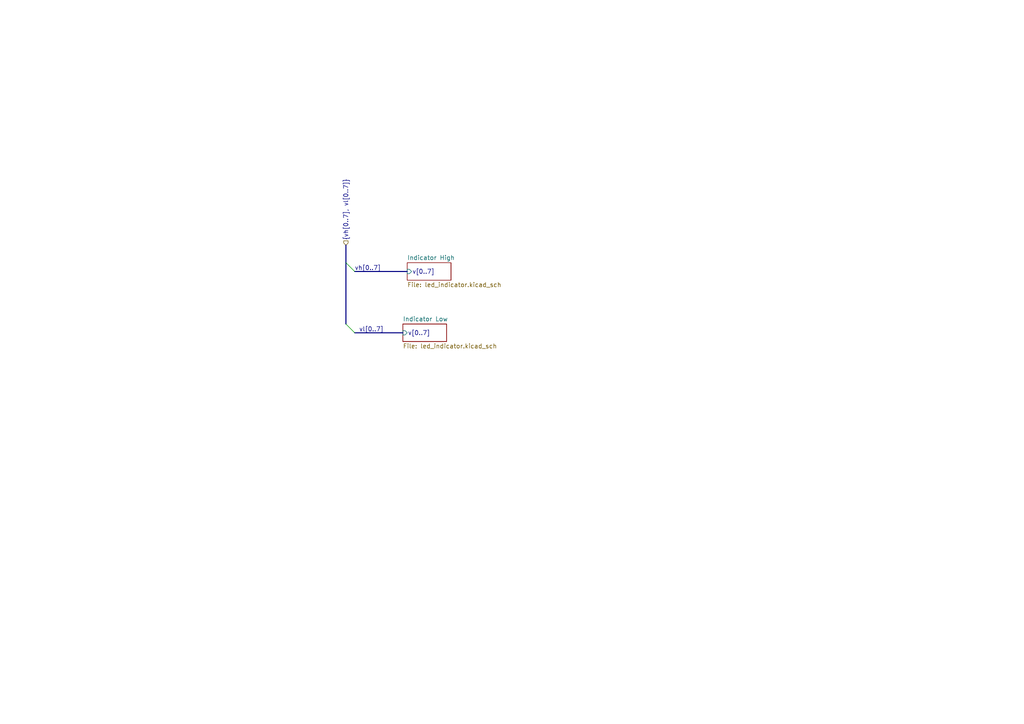
<source format=kicad_sch>
(kicad_sch
	(version 20250114)
	(generator "eeschema")
	(generator_version "9.0")
	(uuid "a503c758-2675-40d5-884b-d418379bb72d")
	(paper "A4")
	(lib_symbols)
	(bus_entry
		(at 100.33 76.2)
		(size 2.54 2.54)
		(stroke
			(width 0)
			(type default)
		)
		(uuid "6e44ec08-0d41-429d-883c-61e7e56c08ff")
	)
	(bus_entry
		(at 100.33 93.98)
		(size 2.54 2.54)
		(stroke
			(width 0)
			(type default)
		)
		(uuid "e30dcf7f-41c7-428f-b073-1e56cc76d787")
	)
	(bus
		(pts
			(xy 102.87 78.74) (xy 118.11 78.74)
		)
		(stroke
			(width 0)
			(type default)
		)
		(uuid "520a8a77-7abf-4cbd-8e9c-25dd104000d7")
	)
	(bus
		(pts
			(xy 102.87 96.52) (xy 116.84 96.52)
		)
		(stroke
			(width 0)
			(type default)
		)
		(uuid "cfd3c5de-a871-4127-91d5-76790e4548c2")
	)
	(bus
		(pts
			(xy 100.33 76.2) (xy 100.33 93.98)
		)
		(stroke
			(width 0)
			(type default)
		)
		(uuid "d9e54c2b-c344-4ab5-96d2-e1ae6f7990bb")
	)
	(bus
		(pts
			(xy 100.33 71.12) (xy 100.33 76.2)
		)
		(stroke
			(width 0)
			(type default)
		)
		(uuid "fbccf4c6-f2af-4ec0-ae2a-b4d130b32252")
	)
	(label "vh[0..7]"
		(at 102.87 78.74 0)
		(effects
			(font
				(size 1.27 1.27)
			)
			(justify left bottom)
		)
		(uuid "274558da-cb90-4a84-8026-67fb43850568")
	)
	(label "vl[0..7]"
		(at 104.14 96.52 0)
		(effects
			(font
				(size 1.27 1.27)
			)
			(justify left bottom)
		)
		(uuid "a4a164f3-b16e-47d2-b25a-e244cae38fb2")
	)
	(hierarchical_label "{vh[0..7], vl[0..7]}"
		(shape input)
		(at 100.33 71.12 90)
		(effects
			(font
				(size 1.27 1.27)
			)
			(justify left)
		)
		(uuid "8f8f8e74-2c26-447e-980f-aae02a91f0c4")
	)
	(sheet
		(at 116.84 93.98)
		(size 12.7 5.08)
		(exclude_from_sim no)
		(in_bom yes)
		(on_board yes)
		(dnp no)
		(fields_autoplaced yes)
		(stroke
			(width 0.1524)
			(type solid)
		)
		(fill
			(color 0 0 0 0.0000)
		)
		(uuid "48f29954-f0c1-43b5-804f-dbed5555efac")
		(property "Sheetname" "Indicator Low"
			(at 116.84 93.2684 0)
			(effects
				(font
					(size 1.27 1.27)
				)
				(justify left bottom)
			)
		)
		(property "Sheetfile" "led_indicator.kicad_sch"
			(at 116.84 99.6446 0)
			(effects
				(font
					(size 1.27 1.27)
				)
				(justify left top)
			)
		)
		(pin "v[0..7]" input
			(at 116.84 96.52 180)
			(uuid "f1377080-1bd3-4e7c-befe-521035289c25")
			(effects
				(font
					(size 1.27 1.27)
				)
				(justify left)
			)
		)
		(instances
			(project "comp1"
				(path "/e9be598a-3531-4036-9661-1b60efe4f57e/cabd2062-2f2d-4f13-8cc3-5e0ddca94628"
					(page "13")
				)
			)
		)
	)
	(sheet
		(at 118.11 76.2)
		(size 12.7 5.08)
		(exclude_from_sim no)
		(in_bom yes)
		(on_board yes)
		(dnp no)
		(fields_autoplaced yes)
		(stroke
			(width 0.1524)
			(type solid)
		)
		(fill
			(color 0 0 0 0.0000)
		)
		(uuid "722463f3-276f-4eff-9624-31577fdd2182")
		(property "Sheetname" "Indicator High"
			(at 118.11 75.4884 0)
			(effects
				(font
					(size 1.27 1.27)
				)
				(justify left bottom)
			)
		)
		(property "Sheetfile" "led_indicator.kicad_sch"
			(at 118.11 81.8646 0)
			(effects
				(font
					(size 1.27 1.27)
				)
				(justify left top)
			)
		)
		(pin "v[0..7]" input
			(at 118.11 78.74 180)
			(uuid "431c1a2d-3492-4f22-9d71-e53a5a1ec656")
			(effects
				(font
					(size 1.27 1.27)
				)
				(justify left)
			)
		)
		(instances
			(project "comp1"
				(path "/e9be598a-3531-4036-9661-1b60efe4f57e/cabd2062-2f2d-4f13-8cc3-5e0ddca94628"
					(page "14")
				)
			)
		)
	)
)

</source>
